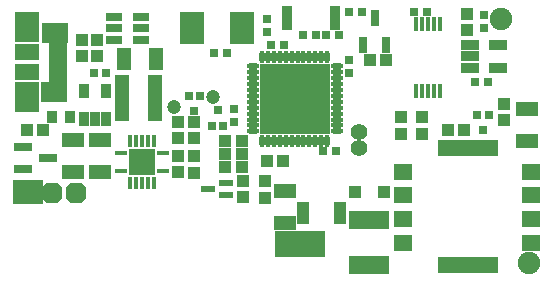
<source format=gts>
G04 Layer_Color=8388736*
%FSLAX25Y25*%
%MOIN*%
G70*
G01*
G75*
%ADD39R,0.05118X0.02362*%
%ADD52C,0.04724*%
%ADD65R,0.02756X0.03150*%
%ADD66R,0.03150X0.02756*%
%ADD67R,0.04331X0.03937*%
%ADD68R,0.03937X0.04331*%
%ADD69R,0.08268X0.10138*%
%ADD70R,0.08268X0.05413*%
%ADD71R,0.08661X0.06594*%
%ADD72R,0.09055X0.06594*%
%ADD73R,0.06221X0.02559*%
%ADD74R,0.04724X0.15748*%
%ADD75R,0.07480X0.05118*%
%ADD76R,0.05118X0.07480*%
%ADD77O,0.01772X0.04331*%
%ADD78O,0.04331X0.01772*%
%ADD79R,0.23228X0.23228*%
%ADD80R,0.03347X0.05118*%
%ADD81R,0.05512X0.03150*%
%ADD82R,0.03937X0.07480*%
%ADD83R,0.01772X0.05118*%
%ADD84R,0.03150X0.05315*%
%ADD85R,0.03543X0.04331*%
%ADD86R,0.08858X0.08858*%
%ADD87O,0.01575X0.04331*%
%ADD88O,0.04331X0.01575*%
%ADD89R,0.06102X0.05512*%
%ADD90R,0.20472X0.05512*%
%ADD91R,0.13780X0.06299*%
%ADD92R,0.05906X0.03543*%
%ADD93R,0.08268X0.11024*%
%ADD94R,0.05906X0.03150*%
%ADD95R,0.04331X0.04331*%
%ADD96R,0.03740X0.07874*%
%ADD97R,0.16535X0.08661*%
%ADD98R,0.09843X0.07874*%
%ADD99C,0.05512*%
%ADD100C,0.07480*%
G04:AMPARAMS|DCode=101|XSize=66.93mil|YSize=66.93mil|CornerRadius=0mil|HoleSize=0mil|Usage=FLASHONLY|Rotation=90.000|XOffset=0mil|YOffset=0mil|HoleType=Round|Shape=Octagon|*
%AMOCTAGOND101*
4,1,8,0.01673,0.03347,-0.01673,0.03347,-0.03347,0.01673,-0.03347,-0.01673,-0.01673,-0.03347,0.01673,-0.03347,0.03347,-0.01673,0.03347,0.01673,0.01673,0.03347,0.0*
%
%ADD101OCTAGOND101*%

D39*
X65847Y-61417D02*
D03*
X71752Y-59449D02*
D03*
Y-63386D02*
D03*
D52*
X54331Y-34154D02*
D03*
X67323Y-30709D02*
D03*
D65*
X68898Y-35236D02*
D03*
X70866Y-40354D02*
D03*
X66929D02*
D03*
X159252Y-36713D02*
D03*
X155315D02*
D03*
X157283Y-41831D02*
D03*
X63189Y-30315D02*
D03*
X59252D02*
D03*
X61221Y-35433D02*
D03*
X112697Y-18425D02*
D03*
Y-22716D02*
D03*
X85236Y-8937D02*
D03*
Y-4646D02*
D03*
X157579Y-3366D02*
D03*
Y-7658D02*
D03*
X74394Y-34677D02*
D03*
Y-38969D02*
D03*
D66*
X86732Y-13386D02*
D03*
X91024D02*
D03*
X101752Y-10039D02*
D03*
X97461D02*
D03*
X109232Y-10039D02*
D03*
X104941D02*
D03*
X103957Y-48819D02*
D03*
X108248D02*
D03*
X134468Y-2264D02*
D03*
X138760D02*
D03*
X72027Y-16043D02*
D03*
X67736D02*
D03*
X31870Y-22835D02*
D03*
X27579D02*
D03*
X159035Y-25689D02*
D03*
X154744D02*
D03*
X112618Y-2559D02*
D03*
X116909D02*
D03*
D67*
X55709Y-38976D02*
D03*
Y-44488D02*
D03*
X55807Y-50394D02*
D03*
Y-55905D02*
D03*
X61221Y-44488D02*
D03*
Y-38976D02*
D03*
X61122Y-50591D02*
D03*
Y-56102D02*
D03*
X77461Y-64173D02*
D03*
Y-58661D02*
D03*
X84842Y-58760D02*
D03*
Y-64272D02*
D03*
X28839Y-17126D02*
D03*
Y-11614D02*
D03*
X23622D02*
D03*
Y-17126D02*
D03*
X130020Y-43012D02*
D03*
Y-37500D02*
D03*
X137106Y-43012D02*
D03*
Y-37500D02*
D03*
X151969Y-2953D02*
D03*
Y-8465D02*
D03*
X164370Y-38583D02*
D03*
Y-33071D02*
D03*
D68*
X71457Y-45472D02*
D03*
X76968D02*
D03*
X10827Y-41929D02*
D03*
X5315D02*
D03*
X71457Y-54232D02*
D03*
X76968D02*
D03*
X125098Y-18406D02*
D03*
X119587D02*
D03*
X71457Y-49852D02*
D03*
X76968D02*
D03*
X151083Y-41929D02*
D03*
X145571D02*
D03*
X90847Y-52067D02*
D03*
X85335D02*
D03*
D69*
X5315Y-30807D02*
D03*
Y-7579D02*
D03*
D70*
Y-15846D02*
D03*
Y-22539D02*
D03*
D71*
X14567Y-9350D02*
D03*
D72*
X14370Y-29035D02*
D03*
D73*
X15748Y-14075D02*
D03*
Y-24311D02*
D03*
Y-21752D02*
D03*
Y-16634D02*
D03*
Y-19193D02*
D03*
D74*
X37106Y-31201D02*
D03*
X48130D02*
D03*
D75*
X172146Y-34744D02*
D03*
Y-45374D02*
D03*
X20571Y-45079D02*
D03*
Y-55709D02*
D03*
X29823Y-45079D02*
D03*
Y-55709D02*
D03*
X91437Y-62008D02*
D03*
Y-72638D02*
D03*
D76*
X37697Y-18209D02*
D03*
X48327D02*
D03*
D77*
X105413Y-17421D02*
D03*
X103445D02*
D03*
X101476D02*
D03*
X99508D02*
D03*
X97539D02*
D03*
X95571D02*
D03*
X93602D02*
D03*
X91634D02*
D03*
X89665D02*
D03*
X87697D02*
D03*
X85728D02*
D03*
X83760D02*
D03*
Y-45374D02*
D03*
X85728D02*
D03*
X87697D02*
D03*
X89665D02*
D03*
X91634D02*
D03*
X93602D02*
D03*
X95571D02*
D03*
X97539D02*
D03*
X99508D02*
D03*
X101476D02*
D03*
X103445D02*
D03*
X105413D02*
D03*
D78*
X80610Y-20571D02*
D03*
Y-22539D02*
D03*
Y-24508D02*
D03*
Y-26476D02*
D03*
Y-28445D02*
D03*
Y-30413D02*
D03*
Y-32382D02*
D03*
Y-34350D02*
D03*
Y-36319D02*
D03*
Y-38287D02*
D03*
Y-40256D02*
D03*
Y-42224D02*
D03*
X108563D02*
D03*
Y-40256D02*
D03*
Y-38287D02*
D03*
Y-36319D02*
D03*
Y-34350D02*
D03*
Y-32382D02*
D03*
Y-30413D02*
D03*
Y-28445D02*
D03*
Y-26476D02*
D03*
Y-24508D02*
D03*
Y-22539D02*
D03*
Y-20571D02*
D03*
D79*
X94587Y-31398D02*
D03*
D80*
X24311Y-28740D02*
D03*
X31791D02*
D03*
Y-38189D02*
D03*
X28051D02*
D03*
X24311D02*
D03*
D81*
X34252Y-4134D02*
D03*
Y-7874D02*
D03*
Y-11614D02*
D03*
X43307D02*
D03*
Y-7874D02*
D03*
Y-4134D02*
D03*
D82*
X97539Y-69488D02*
D03*
X109744D02*
D03*
D83*
X142913Y-6594D02*
D03*
X140945D02*
D03*
X138976D02*
D03*
X137008D02*
D03*
X135039D02*
D03*
Y-28642D02*
D03*
X137008D02*
D03*
X138976D02*
D03*
X140945D02*
D03*
X142913D02*
D03*
D84*
X121260Y-4528D02*
D03*
X125000Y-13386D02*
D03*
X117520D02*
D03*
D85*
X13878Y-37500D02*
D03*
X19783D02*
D03*
D86*
X43799Y-52362D02*
D03*
D87*
X39862Y-45276D02*
D03*
X41831D02*
D03*
X43799D02*
D03*
X45768D02*
D03*
X47736D02*
D03*
Y-59449D02*
D03*
X45768D02*
D03*
X43799D02*
D03*
X41831D02*
D03*
X39862D02*
D03*
D88*
X50886Y-49409D02*
D03*
Y-55315D02*
D03*
X36713D02*
D03*
Y-49409D02*
D03*
D89*
X130709Y-79331D02*
D03*
Y-71457D02*
D03*
Y-63583D02*
D03*
Y-55709D02*
D03*
X173228D02*
D03*
Y-63583D02*
D03*
Y-71457D02*
D03*
Y-79331D02*
D03*
D90*
X152362Y-47835D02*
D03*
Y-86811D02*
D03*
D91*
X119488Y-71752D02*
D03*
Y-86713D02*
D03*
D92*
X153051Y-13484D02*
D03*
Y-17224D02*
D03*
Y-20965D02*
D03*
X162500D02*
D03*
Y-13484D02*
D03*
D93*
X77165Y-7776D02*
D03*
X60433D02*
D03*
D94*
X12402Y-51181D02*
D03*
X4134Y-54921D02*
D03*
Y-47441D02*
D03*
D95*
X114862Y-62500D02*
D03*
X124311D02*
D03*
D96*
X92146Y-4528D02*
D03*
X108051D02*
D03*
D97*
X96260Y-79921D02*
D03*
D98*
X5709Y-62303D02*
D03*
D99*
X116142Y-47835D02*
D03*
Y-42421D02*
D03*
D100*
X163287Y-4921D02*
D03*
X172835Y-86122D02*
D03*
D101*
X13878Y-62697D02*
D03*
X21654Y-62795D02*
D03*
M02*

</source>
